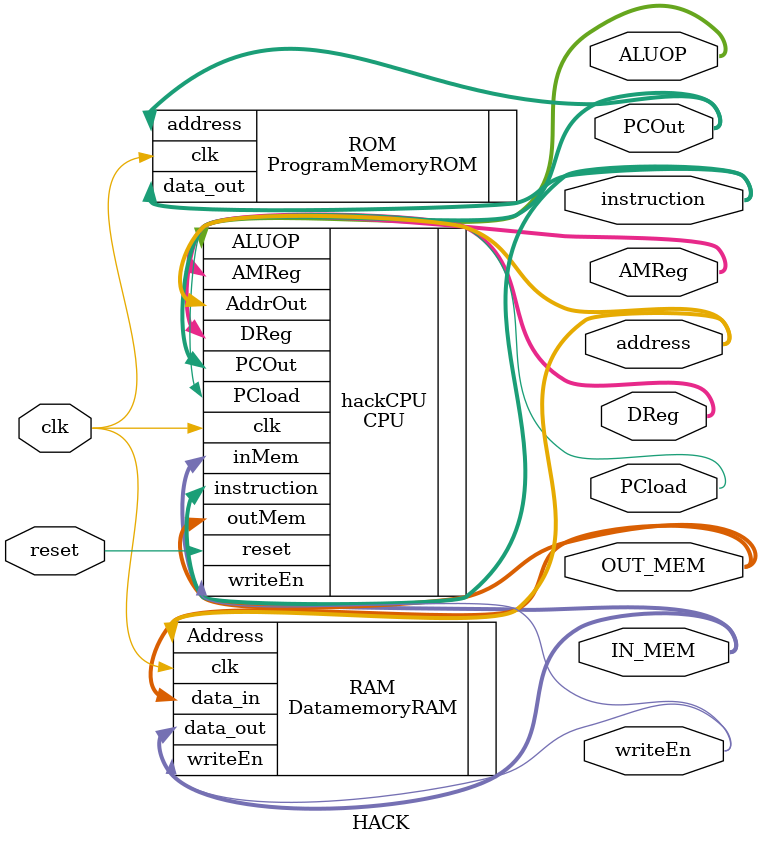
<source format=v>
`timescale 1ns / 1ps


module HACK
(
    input clk,
    input reset,
//    output  [15:0]PC_out,
//    output  [15:0]instr, 
//    output  [15:0]in_mem,
//    output  [15:0]out_mem,
//    output  [14:0]addr,
//    output  wr_en
output PCload,
output [15:0]DReg,
output [15:0]ALUOP,
output [15:0]AMReg,

output [15:0]PCOut,
output [15:0]instruction, 
output [15:0]IN_MEM,
output [15:0]OUT_MEM,
output [14:0]address,
output writeEn
 
);

//wire [15:0]PCOut;
//wire [15:0]instruction; 
//wire [15:0]IN_MEM;
//wire [15:0]OUT_MEM;
//wire [14:0]address;
//wire writeEn;

//assign PCOut = PC_out;
//assign instruction = instr;
//assign IN_MEM = in_mem;
//assign OUT_MEM = out_mem;
//assign address = addr;
//assign writeEn = wr_en;


ProgramMemoryROM ROM(
.clk(clk),
.address(PCOut),
.data_out(instruction)
);
    

CPU hackCPU(
.clk(clk),
.instruction(instruction),
.reset(reset),
.inMem(IN_MEM),
.PCOut(PCOut),
.PCload(PCload),
.DReg(DReg),
.ALUOP(ALUOP),
.AMReg(AMReg),
.AddrOut(address),
.writeEn(writeEn),
.outMem(OUT_MEM)
    );

DatamemoryRAM RAM(
.clk(clk),
.Address(address),
.writeEn(writeEn),
.data_in(OUT_MEM),
.data_out(IN_MEM)
    );


endmodule
</source>
